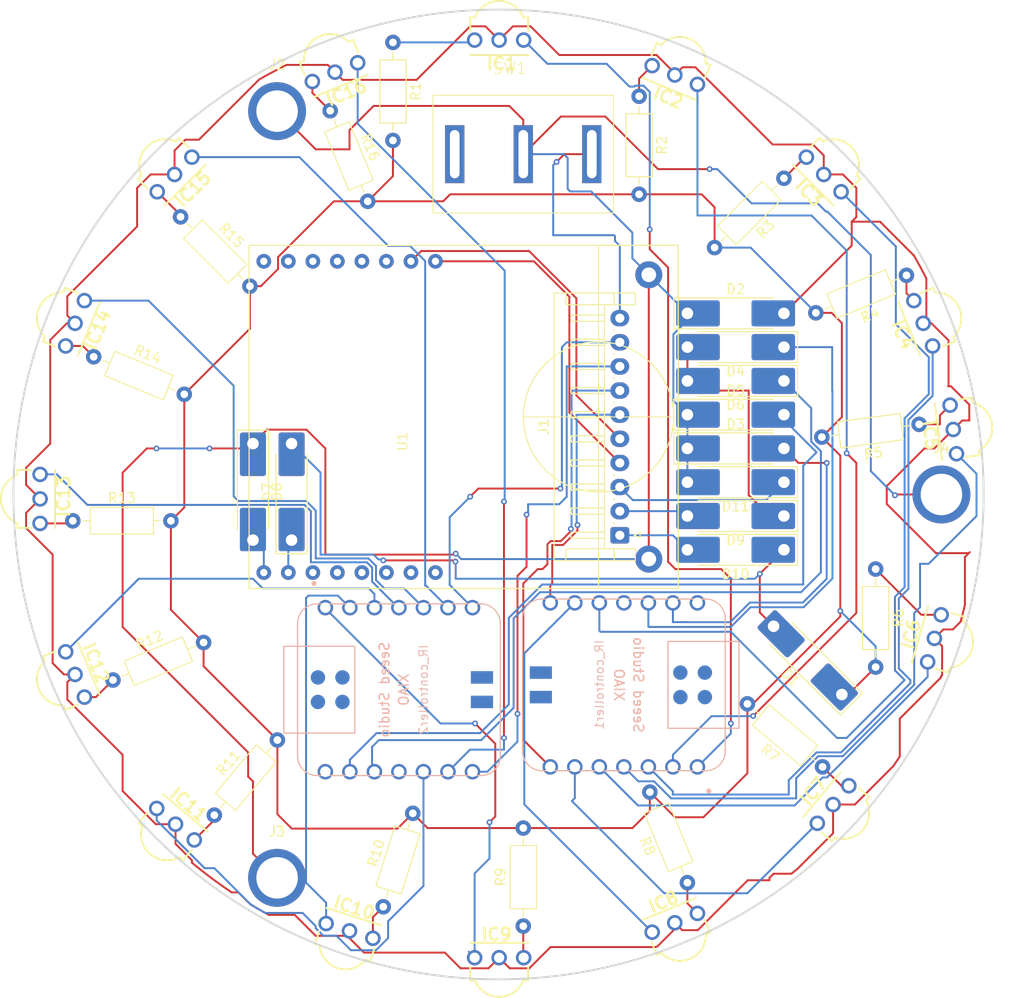
<source format=kicad_pcb>
(kicad_pcb (version 20240108) (generator "pcbnew") (generator_version "8.0")
  (layers (0 "F.Cu" signal) (31 "B.Cu" signal) (34 "B.Paste" user) (35 "F.Paste" user) (36 "B.SilkS" user "B.Silkscreen") (37 "F.SilkS" user "F.Silkscreen") (38 "B.Mask" user) (39 "F.Mask" user) (44 "Edge.Cuts" user))
  (net 0 "")
  (net 1 "Net-(D1-K)")
  (net 2 "Net-(D1-A)")
  (net 3 "Net-(D2-A)")
  (net 4 "Net-(D11-A)")
  (net 5 "Net-(D3-A)")
  (net 6 "Net-(D4-A)")
  (net 7 "Net-(D4-K)")
  (net 8 "Net-(D5-A)")
  (net 9 "Net-(D6-K)")
  (net 10 "Net-(D7-K)")
  (net 11 "Net-(D8-A)")
  (net 12 "3v3")
  (net 13 "5v")
  (net 14 "gnd")
  (net 15 "Net-(IC1-VS)")
  (net 16 "Net-(IC2-VS)")
  (net 17 "Net-(IC3-VS)")
  (net 18 "Net-(IC4-VS)")
  (net 19 "Net-(IC5-VS)")
  (net 20 "Net-(IC6-VS)")
  (net 21 "Net-(IC7-VS)")
  (net 22 "Net-(IC8-VS)")
  (net 23 "Net-(IC9-VS)")
  (net 24 "Net-(IC10-VS)")
  (net 25 "Net-(IC11-VS)")
  (net 26 "Net-(IC12-VS)")
  (net 27 "Net-(IC13-VS)")
  (net 28 "Net-(IC14-VS)")
  (net 29 "Net-(IC15-VS)")
  (net 30 "Net-(IC16-VS)")
  (net 31 "Net-(IC1-OUT)")
  (net 32 "Net-(IC2-OUT)")
  (net 33 "Net-(IC4-OUT)")
  (net 34 "Net-(IC5-OUT)")
  (net 35 "Net-(IC6-OUT)")
  (net 36 "Net-(IC7-OUT)")
  (net 37 "Net-(IC8-OUT)")
  (net 38 "Net-(IC9-OUT)")
  (net 39 "Net-(IC10-OUT)")
  (net 40 "Net-(IC12-OUT)")
  (net 41 "Net-(IC13-OUT)")
  (net 42 "Net-(IC14-OUT)")
  (net 43 "Net-(IC15-OUT)")
  (net 44 "Net-(IC16-OUT)")
  (net 45 "rx2")
  (net 51 "tx2")
  (net 56 "tx3")
  (net 60 "rx3")
  (net 72 "rx1")
  (net 75 "tx1")
  (net 79 "Net-(IC11-OUT)")
  (net 80 "Net-(IC3-OUT)")
  (net 81 "soft_power_sw")
  (footprint "Diode_SMD:D_MELF-RM10_Universal_Handsoldering" (layer "F.Cu") (at 173 95 180)
    (property "Reference" "D9")
    (property "Value" "D")
  )
  (footprint "Library:TSSP4038" (layer "F.Cu") (at 194.006766 86.233716 97.5)
    (property "Reference" "IC5")
    (property "Value" "TSSP4038" (hide yes))
  )
  (footprint "Diode_SMD:D_MELF-RM10_Universal_Handsoldering" (layer "F.Cu") (at 173 88)
    (property "Reference" "D3")
    (property "Value" "D")
  )
  (footprint "Library:TSSP4038" (layer "F.Cu") (at 148.5 139.226501)
    (property "Reference" "IC9")
    (property "Value" "TSSP4038" (hide yes))
  )
  (footprint "Resistor_THT:R_Axial_DIN0207_L6.3mm_D2.5mm_P10.16mm_Horizontal" (layer "F.Cu") (at 163 51.5 -90)
    (property "Reference" "R2")
    (property "Value" "R_US")
  )
  (footprint "Library:MountingHole_4.3mm_M4_ISO7380_Pad" (layer "F.Cu") (at 125.5 132.5)
    (property "Reference" "J3")
    (property "Value" "Screw_Terminal_01x01")
  )
  (footprint "Diode_SMD:D_MELF-RM10_Universal_Handsoldering" (layer "F.Cu") (at 173 81 180)
    (property "Reference" "D6")
    (property "Value" "D")
  )
  (footprint "Diode_SMD:D_MELF-RM10_Universal_Handsoldering" (layer "F.Cu") (at 123 92.5 -90)
    (property "Reference" "D8")
    (property "Value" "D")
  )
  (footprint "Library:TSSP4038" (layer "F.Cu") (at 106.001541 75.623063 -112.5)
    (property "Reference" "IC14")
    (property "Value" "TSSP4038" (hide yes))
  )
  (footprint "Resistor_THT:R_Axial_DIN0207_L6.3mm_D2.5mm_P10.16mm_Horizontal" (layer "F.Cu") (at 106.5 78.5 -22.5)
    (property "Reference" "R14")
    (property "Value" "R_US")
  )
  (footprint "Library:TSSP4038" (layer "F.Cu") (at 181.903984 123.903984 50)
    (property "Reference" "IC7")
    (property "Value" "TSSP4038" (hide yes))
  )
  (footprint "Resistor_THT:R_Axial_DIN0207_L6.3mm_D2.5mm_P10.16mm_Horizontal" (layer "F.Cu") (at 192 85.5 -172.5)
    (property "Reference" "R5")
    (property "Value" "R_US")
  )
  (footprint "Resistor_THT:R_Axial_DIN0207_L6.3mm_D2.5mm_P10.16mm_Horizontal" (layer "F.Cu") (at 168 133 112.5)
    (property "Reference" "R8")
    (property "Value" "R_US")
  )
  (footprint "Library:MountingHole_4.3mm_M4_ISO7380_Pad" (layer "F.Cu") (at 194.313961 92.770241)
    (property "Reference" "J4")
    (property "Value" "Screw_Terminal_01x01")
  )
  (footprint "Resistor_THT:R_Axial_DIN0207_L6.3mm_D2.5mm_P10.16mm_Horizontal" (layer "F.Cu") (at 151 137.5 90)
    (property "Reference" "R9")
    (property "Value" "R_US")
  )
  (footprint "Library:TSSP4038" (layer "F.Cu") (at 115.973088 60.699589 -135)
    (property "Reference" "IC15")
    (property "Value" "TSSP4038" (hide yes))
  )
  (footprint "Diode_SMD:D_MELF-RM10_Universal_Handsoldering" (layer "F.Cu") (at 173 74)
    (property "Reference" "D2")
    (property "Value" "D")
  )
  (footprint "Diode_SMD:D_MELF-RM10_Universal_Handsoldering" (layer "F.Cu") (at 173 84.5)
    (property "Reference" "D5")
    (property "Value" "D")
  )
  (footprint "Resistor_THT:R_Axial_DIN0207_L6.3mm_D2.5mm_P10.16mm_Horizontal" (layer "F.Cu") (at 137.5 45.92 -90)
    (property "Reference" "R1")
    (property "Value" "R_US")
  )
  (footprint "Library:TSSP4038" (layer "F.Cu") (at 181.026911 60.699589 135)
    (property "Reference" "IC3")
    (property "Value" "TSSP4038" (hide yes))
  )
  (footprint "Library:TSSP4038" (layer "F.Cu") (at 132.093159 50.432012 -157.5)
    (property "Reference" "IC16")
    (property "Value" "TSSP4038" (hide yes))
  )
  (footprint "Resistor_THT:R_Axial_DIN0207_L6.3mm_D2.5mm_P10.16mm_Horizontal" (layer "F.Cu") (at 108.5 112 22.5)
    (property "Reference" "R12")
    (property "Value" "R_US")
  )
  (footprint "Resistor_THT:R_Axial_DIN0207_L6.3mm_D2.5mm_P10.16mm_Horizontal" (layer "F.Cu") (at 115.5 64 -45)
    (property "Reference" "R15")
    (property "Value" "R_US")
  )
  (footprint "Library:TSSP4038" (layer "F.Cu") (at 133.466094 136.521739 -17.5)
    (property "Reference" "IC10")
    (property "Value" "TSSP4038" (hide yes))
  )
  (footprint "Library:TSSP4038" (layer "F.Cu") (at 166.103437 50.728042 157.5)
    (property "Reference" "IC2")
    (property "Value" "TSSP4038" (hide yes))
  )
  (footprint "Resistor_THT:R_Axial_DIN0207_L6.3mm_D2.5mm_P10.16mm_Horizontal" (layer "F.Cu") (at 178 60 -135)
    (property "Reference" "R3")
    (property "Value" "R_US")
  )
  (footprint "Resistor_THT:R_Axial_DIN0207_L6.3mm_D2.5mm_P10.16mm_Horizontal" (layer "F.Cu") (at 187.5 100.5 -90)
    (property "Reference" "R6")
    (property "Value" "R_US")
  )
  (footprint "Diode_SMD:D_MELF-RM10_Universal_Handsoldering" (layer "F.Cu") (at 180.464466 109.964466 135)
    (property "Reference" "D1")
    (property "Value" "D")
  )
  (footprint "Connector_JST:JST_EH_S10B-EH_1x10_P2.50mm_Horizontal" (layer "F.Cu") (at 161 97 90)
    (property "Reference" "J1")
    (property "Value" "Conn_01x10_Socket")
  )
  (footprint "Library:TSSP4038" (layer "F.Cu") (at 166.103437 135.724959 22.5)
    (property "Reference" "IC8")
    (property "Value" "TSSP4038" (hide yes))
  )
  (footprint "Diode_SMD:D_MELF-RM10_Universal_Handsoldering" (layer "F.Cu") (at 127 92.5 90)
    (property "Reference" "D7")
    (property "Value" "D")
  )
  (footprint "Library:openmv_m7_r2" (layer "F.Cu") (at 144.823 84.732 -90)
    (property "Reference" "U1")
    (property "Value" "openMV_M7_R2")
  )
  (footprint "Resistor_THT:R_Axial_DIN0207_L6.3mm_D2.5mm_P10.16mm_Horizontal" (layer "F.Cu") (at 182 121 140)
    (property "Reference" "R7")
    (property "Value" "R_US")
  )
  (footprint "Resistor_THT:R_Axial_DIN0207_L6.3mm_D2.5mm_P10.16mm_Horizontal" (layer "F.Cu") (at 119 126 50)
    (property "Reference" "R11")
    (property "Value" "R_US")
  )
  (footprint "Library:MountingHole_4.3mm_M4_ISO7380_Pad" (layer "F.Cu") (at 125.5 53.040482)
    (property "Reference" "J2")
    (property "Value" "Screw_Terminal_01x01")
  )
  (footprint "Diode_SMD:D_MELF-RM10_Universal_Handsoldering" (layer "F.Cu") (at 173 77.5 180)
    (property "Reference" "D4")
    (property "Value" "D")
  )
  (footprint "Library:TSSP4038" (layer "F.Cu") (at 192.095971 107.253495 74)
    (property "Reference" "IC6")
    (property "Value" "TSSP4038" (hide yes))
  )
  (footprint "Diode_SMD:D_MELF-RM10_Universal_Handsoldering" (layer "F.Cu") (at 173 98.5 180)
    (property "Reference" "D10")
    (property "Value" "D")
  )
  (footprint "Library:TSSP4038" (layer "F.Cu") (at 115.973088 125.753412 -40)
    (property "Reference" "IC11")
    (property "Value" "TSSP4038" (hide yes))
  )
  (footprint "Library:TSSP4038" (layer "F.Cu") (at 106.001541 110.829938 -67.5)
    (property "Reference" "IC12")
    (property "Value" "TSSP4038" (hide yes))
  )
  (footprint "Resistor_THT:R_Axial_DIN0207_L6.3mm_D2.5mm_P10.16mm_Horizontal" (layer "F.Cu") (at 190.693308 70.055968 -157.5)
    (property "Reference" "R4")
    (property "Value" "R_US")
  )
  (footprint "Library:TSSP4038" (layer "F.Cu") (at 148.5 47.226501 180)
    (property "Reference" "IC1")
    (property "Value" "TSSP4038" (hide yes))
  )
  (footprint "Library:TSSP4038" (layer "F.Cu") (at 190.998458 75.623063 112.5)
    (property "Reference" "IC4")
    (property "Value" "TSSP4038" (hide yes))
  )
  (footprint "Resistor_THT:R_Axial_DIN0207_L6.3mm_D2.5mm_P10.16mm_Horizontal" (layer "F.Cu") (at 104.34 95.5)
    (property "Reference" "R13")
    (property "Value" "R_US")
  )
  (footprint "Library:TSSP4038" (layer "F.Cu") (at 102.5 93.226501 -90)
    (property "Reference" "IC13")
    (property "Value" "TSSP4038" (hide yes))
  )
  (footprint "Resistor_THT:R_Axial_DIN0207_L6.3mm_D2.5mm_P10.16mm_Horizontal" (layer "F.Cu") (at 131 53 -67.5)
    (property "Reference" "R16")
    (property "Value" "R_US")
  )
  (footprint "Diode_SMD:D_MELF-RM10_Universal_Handsoldering" (layer "F.Cu") (at 173 91.5 180)
    (property "Reference" "D11")
    (property "Value" "D")
  )
  (footprint "Resistor_THT:R_Axial_DIN0207_L6.3mm_D2.5mm_P10.16mm_Horizontal" (layer "F.Cu") (at 136.5 135.5 72.5)
    (property "Reference" "R10")
    (property "Value" "R_US")
  )
  (footprint "Library:Rocker Switch 3-Pin, SPDT, 10A" (layer "F.Cu") (at 151 57.5)
    (property "Reference" "SW1")
    (property "Value" "SW_DPST_x2")
  )
  (footprint "Library:Seeduino Xiao Kicad af" (layer "B.Cu") (at 138.12 113 -90)
    (property "Reference" "IR_controller2")
    (property "Value" "Seeed Studio XIAO SAMD21" (hide yes))
  )
  (footprint "Library:Seeduino Xiao Kicad af" (layer "B.Cu") (at 161.42 112.5 90)
    (property "Reference" "IR_controller1")
    (property "Value" "Seeed Studio XIAO SAMD21" (hide yes))
  )
  (gr_circle (center 148.437987 92.770241) (end 148.447987 92.770241) (stroke (width 0.0001)) (fill solid) (layer "Edge.Cuts"))
  (gr_circle (center 148.437987 92.770241) (end 198.687987 92.770241) (stroke (width 0.2)) (fill none) (layer "Edge.Cuts"))
  (gr_circle (center 150.75 94) (end 150.76 94) (stroke (width 0.0001)) (fill solid) (layer "Edge.Cuts"))
  (segment (start 131.376489 62.386616) (end 134.888063 62.386616) (width 0.2) (layer "F.Cu") (net 1))
  (segment (start 137.5 59.774679) (end 134.888063 62.386616) (width 0.2) (layer "F.Cu") (net 1))
  (segment (start 125.530723 118.216988) (end 125.530723 125.907689) (width 0.2) (layer "F.Cu") (net 1))
  (segment (start 122.684205 71.184204) (end 122.684205 75.590475) (width 0.2) (layer "F.Cu") (net 1))
  (segment (start 184 84.75) (end 182.753066 85.996934) (width 0.2) (layer "F.Cu") (net 1))
  (segment (start 182.944032 73.944032) (end 184 75) (width 0.2) (layer "F.Cu") (net 1))
  (segment (start 184.66 113.5) (end 187.5 110.66) (width 0.2) (layer "F.Cu") (net 1))
  (segment (start 164.111936 123.613384) (end 164.111936 125.538749) (width 0.2) (layer "F.Cu") (net 1))
  (segment (start 114.5 95.5) (end 114.5 104.725321) (width 0.2) (layer "F.Cu") (net 1))
  (segment (start 170.815795 67.184205) (end 170.815795 63) (width 0.2) (layer "F.Cu") (net 1))
  (segment (start 125.6 69.399779) (end 125.6 68.163105) (width 0.2) (layer "F.Cu") (net 1))
  (segment (start 169.475795 61.66) (end 163.000001 61.66) (width 0.2) (layer "F.Cu") (net 1))
  (segment (start 115.886616 94.113384) (end 114.5 95.5) (width 0.2) (layer "F.Cu") (net 1))
  (segment (start 122.684205 75.590475) (end 115.886616 82.388064) (width 0.2) (layer "F.Cu") (net 1))
  (segment (start 181.92692 86.826146) (end 183.84 88.739226) (width 0.2) (layer "F.Cu") (net 1))
  (segment (start 182.753066 86) (end 181.92692 86.826146) (width 0.2) (layer "F.Cu") (net 1))
  (segment (start 151 127.34) (end 141.084935 127.34) (width 0.2) (layer "F.Cu") (net 1))
  (segment (start 183.84 105.41) (end 174.780722 114.469278) (width 0.2) (layer "F.Cu") (net 1))
  (segment (start 134.888063 62.386616) (end 142.7 62.386616) (width 0.2) (layer "F.Cu") (net 1))
  (segment (start 170.815795 67.184205) (end 170.815795 67.315795) (width 0.2) (layer "F.Cu") (net 1))
  (segment (start 174.780722 114.469278) (end 174.216988 114.469278) (width 0.2) (layer "F.Cu") (net 1))
  (segment (start 184 75) (end 184 84.75) (width 0.2) (layer "F.Cu") (net 1))
  (segment (start 137.5 56.08) (end 137.5 59.774679) (width 0.2) (layer "F.Cu") (net 1))
  (segment (start 141.084935 127.34) (end 139.555171 125.810236) (width 0.2) (layer "F.Cu") (net 1))
  (segment (start 184 113.5) (end 184.5 113) (width 0.2) (layer "F.Cu") (net 1))
  (segment (start 181.306692 73.944032) (end 182.944032 73.944032) (width 0.2) (layer "F.Cu") (net 1))
  (segment (start 115.886616 82.388064) (end 115.886616 94.113384) (width 0.2) (layer "F.Cu") (net 1))
  (segment (start 139.555171 125.810236) (end 137.971587 127.39382) (width 0.2) (layer "F.Cu") (net 1))
  (segment (start 143.426616 61.66) (end 163.000001 61.66) (width 0.2) (layer "F.Cu") (net 1))
  (segment (start 117.886616 110.572881) (end 125.530723 118.216988) (width 0.2) (layer "F.Cu") (net 1))
  (segment (start 114.5 104.725321) (end 117.886616 108.111937) (width 0.2) (layer "F.Cu") (net 1))
  (segment (start 137.971587 127.39382) (end 127.016854 127.39382) (width 0.2) (layer "F.Cu") (net 1))
  (segment (start 164.111936 125.538749) (end 162.310685 127.34) (width 0.2) (layer "F.Cu") (net 1))
  (segment (start 125.530723 125.907689) (end 127.016854 127.39382) (width 0.2) (layer "F.Cu") (net 1))
  (segment (start 123.815575 71.184204) (end 125.6 69.399779) (width 0.2) (layer "F.Cu") (net 1))
  (segment (start 184.5 113) (end 185.16 113) (width 0.2) (layer "F.Cu") (net 1))
  (segment (start 174.216988 114.469278) (end 174.216988 121.665278) (width 0.2) (layer "F.Cu") (net 1))
  (segment (start 183.84 104.846266) (end 183.84 105.41) (width 0.2) (layer "F.Cu") (net 1))
  (segment (start 174.216988 121.665278) (end 169.660596 126.22167) (width 0.2) (layer "F.Cu") (net 1))
  (segment (start 142.7 62.386616) (end 143.426616 61.66) (width 0.2) (layer "F.Cu") (net 1))
  (segment (start 182.753066 85.996934) (end 182.753066 86) (width 0.2) (layer "F.Cu") (net 1))
  (segment (start 162.310685 127.34) (end 151 127.34) (width 0.2) (layer "F.Cu") (net 1))
  (segment (start 170.815795 63) (end 169.475795 61.66) (width 0.2) (layer "F.Cu") (net 1))
  (segment (start 184 113.5) (end 184.66 113.5) (width 0.2) (layer "F.Cu") (net 1))
  (segment (start 169.660596 126.22167) (end 166.720222 126.22167) (width 0.2) (layer "F.Cu") (net 1))
  (segment (start 122.684205 71.184204) (end 123.815575 71.184204) (width 0.2) (layer "F.Cu") (net 1))
  (segment (start 125.6 68.163105) (end 131.376489 62.386616) (width 0.2) (layer "F.Cu") (net 1))
  (segment (start 117.886616 108.111937) (end 117.886616 110.572881) (width 0.2) (layer "F.Cu") (net 1))
  (segment (start 183.84 88.739226) (end 183.84 104.846266) (width 0.2) (layer "F.Cu") (net 1))
  (segment (start 166.720222 126.22167) (end 164.111936 123.613384) (width 0.2) (layer "F.Cu") (net 1))
  (via blind (at 183.84 104.846266) (size 0.6) (drill 0.3) (layers "F.Cu" "B.Cu") (net 1))
  (segment (start 187.5 110.66) (end 187.5 108.506266) (width 0.2) (layer "B.Cu") (net 1))
  (segment (start 187.5 108.506266) (end 183.84 104.846266) (width 0.2) (layer "B.Cu") (net 1))
  (segment (start 174.546865 67.184205) (end 170.815795 67.184205) (width 0.2) (layer "B.Cu") (net 1))
  (segment (start 181.306692 73.944032) (end 174.546865 67.184205) (width 0.2) (layer "B.Cu") (net 1))
  (segment (start 175.5 101) (end 178 98.5) (width 0.2) (layer "F.Cu") (net 2))
  (segment (start 175.5 105) (end 175.5 101) (width 0.2) (layer "F.Cu") (net 2))
  (segment (start 143.851471 99.6) (end 143.975737 99.724266) (width 0.2) (layer "F.Cu") (net 2))
  (segment (start 136.5 99.6) (end 143.851471 99.6) (width 0.2) (layer "F.Cu") (net 2))
  (segment (start 176.928932 106.428932) (end 175.5 105) (width 0.2) (layer "F.Cu") (net 2))
  (via blind (at 175.5 101) (size 0.6) (drill 0.3) (layers "F.Cu" "B.Cu") (net 2))
  (via blind (at 136.5 99.6) (size 0.6) (drill 0.3) (layers "F.Cu" "B.Cu") (net 2))
  (via blind (at 143.975737 99.724266) (size 0.6) (drill 0.3) (layers "F.Cu" "B.Cu") (net 2))
  (segment (start 136 99.5) (end 136.4 99.5) (width 0.2) (layer "B.Cu") (net 2))
  (segment (start 130 98.999) (end 135.499 98.999) (width 0.2) (layer "B.Cu") (net 2))
  (segment (start 130 90.5) (end 130 98.999) (width 0.2) (layer "B.Cu") (net 2))
  (segment (start 127 87.5) (end 130 90.5) (width 0.2) (layer "B.Cu") (net 2))
  (segment (start 127 87.5) (end 127.65 88.15) (width 0.2) (layer "B.Cu") (net 2))
  (segment (start 144 101.5) (end 175 101.5) (width 0.2) (layer "B.Cu") (net 2))
  (segment (start 136.4 99.5) (end 136.5 99.6) (width 0.2) (layer "B.Cu") (net 2))
  (segment (start 135.499 98.999) (end 136 99.5) (width 0.2) (layer "B.Cu") (net 2))
  (segment (start 175 101.5) (end 175.5 101) (width 0.2) (layer "B.Cu") (net 2))
  (segment (start 144 99.5) (end 144 101.5) (width 0.2) (layer "B.Cu") (net 2))
  (segment (start 179 99.5) (end 178 98.5) (width 0.2) (layer "B.Cu") (net 2))
  (segment (start 166.696596 49.296028) (end 166.696596 49.115031) (width 0.2) (layer "F.Cu") (net 3))
  (segment (start 124.630552 136.337128) (end 127.327588 136.337128) (width 0.2) (layer "F.Cu") (net 3))
  (segment (start 114.877072 59.603573) (end 114.877072 57.122928) (width 0.2) (layer "F.Cu") (net 3))
  (segment (start 117.40572 56) (end 123.646456 49.759264) (width 0.2) (layer "F.Cu") (net 3))
  (segment (start 197.25 98.75) (end 197.15 98.85) (width 0.2) (layer "F.Cu") (net 3))
  (segment (start 192.75 74.710375) (end 192.75 70.384243) (width 0.2) (layer "F.Cu") (net 3))
  (segment (start 192.17148 69.270257) (end 191.492096 68.047551) (width 0.2) (layer "F.Cu") (net 3))
  (segment (start 112.396427 59.603573) (end 114.877072 59.603573) (width 0.2) (layer "F.Cu") (net 3))
  (segment (start 148.5 140.776501) (end 149.6 141.876501) (width 0.2) (layer "F.Cu") (net 3))
  (segment (start 134.5 140.25) (end 142.873499 140.25) (width 0.2) (layer "F.Cu") (net 3))
  (segment (start 153.823499 139.676501) (end 164.692118 139.676501) (width 0.2) (layer "F.Cu") (net 3))
  (segment (start 120.801567 134.010732) (end 121.489268 134.010732) (width 0.2) (layer "F.Cu") (net 3))
  (segment (start 194.385924 111.494971) (end 194.385924 108.480731) (width 0.2) (layer "F.Cu") (net 3))
  (segment (start 166.884583 48.858041) (end 166.884583 49.039039) (width 0.2) (layer "F.Cu") (net 3))
  (segment (start 183.091354 124.900305) (end 185.349695 124.900305) (width 0.2) (layer "F.Cu") (net 3))
  (segment (start 123.646456 49.759264) (end 124.630552 49.203354) (width 0.2) (layer "F.Cu") (net 3))
  (segment (start 147.073499 44.25) (end 145.5 44.25) (width 0.2) (layer "F.Cu") (net 3))
  (segment (start 194.508328 106.758329) (end 193.585925 107.680732) (width 0.2) (layer "F.Cu") (net 3))
  (segment (start 185.5 64.018977) (end 185.5 61) (width 0.2) (layer "F.Cu") (net 3))
  (segment (start 196.668389 104.547165) (end 196.317473 105.901213) (width 0.2) (layer "F.Cu") (net 3))
  (segment (start 194.25 111.630895) (end 194.385924 111.494971) (width 0.2) (layer "F.Cu") (net 3))
  (segment (start 148.5 45.676501) (end 147.073499 44.25) (width 0.2) (layer "F.Cu") (net 3))
  (segment (start 102 76.75) (end 102 87.5) (width 0.2) (layer "F.Cu") (net 3))
  (segment (start 123.165181 135.5) (end 123.412642 135.649138) (width 0.2) (layer "F.Cu") (net 3))
  (segment (start 99.5 90) (end 99.5 91.776501) (width 0.2) (layer "F.Cu") (net 3))
  (segment (start 164.805578 47.224013) (end 154.724013 47.224013) (width 0.2) (layer "F.Cu") (net 3))
  (segment (start 103.769528 112.223096) (end 103.769528 114.019528) (width 0.2) (layer "F.Cu") (net 3))
  (segment (start 176.5 132.5) (end 176.5 132.75) (width 0.2) (layer "F.Cu") (net 3))
  (segment (start 195.543508 86.0314) (end 196.474908 85.1) (width 0.2) (layer "F.Cu") (net 3))
  (segment (start 167.496595 48.496029) (end 166.696596 49.296028) (width 0.2) (layer "F.Cu") (net 3))
  (segment (start 164.692118 139.676501) (end 164.892307 139.607693) (width 0.2) (layer "F.Cu") (net 3))
  (segment (start 121.489268 134.010732) (end 122.695428 135.216892) (width 0.2) (layer "F.Cu") (net 3))
  (segment (start 193.75 98.85) (end 188.65 93.75) (width 0.2) (layer "F.Cu") (net 3))
  (segment (start 188.65 91.9) (end 192.55 88) (width 0.2) (layer "F.Cu") (net 3))
  (segment (start 184.103573 59.603573) (end 182.122927 59.603573) (width 0.2) (layer "F.Cu") (net 3))
  (segment (start 124.630552 49.203354) (end 125.867373 48.54994) (width 0.2) (layer "F.Cu") (net 3))
  (segment (start 197.2 83.452548) (end 195.297452 81.55) (width 0.2) (layer "F.Cu") (net 3))
  (segment (start 194.385924 108.480731) (end 193.585925 107.680732) (width 0.2) (layer "F.Cu") (net 3))
  (segment (start 130.75 48.25) (end 131.5 49) (width 0.2) (layer "F.Cu") (net 3))
  (segment (start 176.5 132.75) (end 174.25 132.75) (width 0.2) (layer "F.Cu") (net 3))
  (segment (start 119.881879 133.383248) (end 119.886188 133.386188) (width 0.2) (layer "F.Cu") (net 3))
  (segment (start 183.091354 124.900305) (end 183.091354 127.878438) (width 0.2) (layer "F.Cu") (net 3))
  (segment (start 100.95 93.226501) (end 99.5 94.676501) (width 0.2) (layer "F.Cu") (net 3))
  (segment (start 132.299999 49.799999) (end 131.5 49) (width 0.2) (layer "F.Cu") (net 3))
  (segment (start 120.330584 133.68939) (end 120.801567 134.010732) (width 0.2) (layer "F.Cu") (net 3))
  (segment (start 164.892307 139.607693) (end 166.696596 137.803404) (width 0.2) (layer "F.Cu") (net 3))
  (segment (start 185.5 61) (end 184.103573 59.603573) (width 0.2) (layer "F.Cu") (net 3))
  (segment (start 185.349695 124.900305) (end 189.334521 120.915479) (width 0.2) (layer "F.Cu") (net 3))
  (segment (start 182.122927 57.622927) (end 181 56.5) (width 0.2) (layer "F.Cu") (net 3))
  (segment (start 123.412642 135.649138) (end 124.008165 135.985545) (width 0.2) (layer "F.Cu") (net 3))
  (segment (start 127.327588 136.337128) (end 127.74523 136.75477) (width 0.2) (layer "F.Cu") (net 3))
  (segment (start 166.696596 137.803404) (end 166.696596 137.156972) (width 0.2) (layer "F.Cu") (net 3))
  (segment (start 195.05 81.55) (end 195 81.55) (width 0.2) (layer "F.Cu") (net 3))
  (segment (start 104.569529 75.029903) (end 103.720097 75.029903) (width 0.2) (layer "F.Cu") (net 3))
  (segment (start 114.877072 57.122928) (end 116 56) (width 0.2) (layer "F.Cu") (net 3))
  (segment (start 176.92554 132.07446) (end 176.5 132.5) (width 0.2) (layer "F.Cu") (net 3))
  (segment (start 196.746062 99.253938) (end 196.746062 104.208429) (width 0.2) (layer "F.Cu") (net 3))
  (segment (start 185.018977 66.981023) (end 178 74) (width 0.2) (layer "F.Cu") (net 3))
  (segment (start 189.334521 120.915479) (end 190 119.925191) (width 0.2) (layer "F.Cu") (net 3))
  (segment (start 192.55 88) (end 193.574908 88) (width 0.2) (layer "F.Cu") (net 3))
  (segment (start 149.6 141.876501) (end 151.623499 141.876501) (width 0.2) (layer "F.Cu") (net 3))
  (segment (start 195.05 76.8) (end 195.05 81.55) (width 0.2) (layer "F.Cu") (net 3))
  (segment (start 99.5 94.676501) (end 99.5 96.25) (width 0.2) (layer "F.Cu") (net 3))
  (segment (start 102 87.5) (end 99.5 90) (width 0.2) (layer "F.Cu") (net 3))
  (segment (start 109.5 123.5) (end 112.940782 126.940782) (width 0.2) (layer "F.Cu") (net 3))
  (segment (start 190 116) (end 194.25 111.75) (width 0.2) (layer "F.Cu") (net 3))
  (segment (start 168.826869 48.496029) (end 167.496595 48.496029) (width 0.2) (layer "F.Cu") (net 3))
  (segment (start 116.675156 130.675156) (end 116.675156 130.925156) (width 0.2) (layer "F.Cu") (net 3))
  (segment (start 185.018977 64.5) (end 185.018977 66.981023) (width 0.2) (layer "F.Cu") (net 3))
  (segment (start 127.74523 136.75477) (end 129.5 138.509541) (width 0.2) (layer "F.Cu") (net 3))
  (segment (start 151.75 44.25) (end 149.926501 44.25) (width 0.2) (layer "F.Cu") (net 3))
  (segment (start 103.769528 114.019528) (end 109.5 119.75) (width 0.2) (layer "F.Cu") (net 3))
  (segment (start 194.25 111.75) (end 194.25 111.630895) (width 0.2) (layer "F.Cu") (net 3))
  (segment (start 195.297452 81.55) (end 195.05 81.55) (width 0.2) (layer "F.Cu") (net 3))
  (segment (start 181 56.5) (end 176.83084 56.5) (width 0.2) (layer "F.Cu") (net 3))
  (segment (start 111 61) (end 112.396427 59.603573) (width 0.2) (layer "F.Cu") (net 3))
  (segment (start 102.25 110.25) (end 103.423097 111.423097) (width 0.2) (layer "F.Cu") (net 3))
  (segment (start 191.473289 68.015842) (end 187.957447 64.5) (width 0.2) (layer "F.Cu") (net 3))
  (segment (start 197.15 98.85) (end 193.75 98.85) (width 0.2) (layer "F.Cu") (net 3))
  (segment (start 187.957447 64.5) (end 185.018977 64.5) (width 0.2) (layer "F.Cu") (net 3))
  (segment (start 145.5 44.25) (end 139.950001 49.799999) (width 0.2) (layer "F.Cu") (net 3))
  (segment (start 114.976767 126.940782) (end 114.976767 128.976767) (width 0.2) (layer "F.Cu") (net 3))
  (segment (start 144.5 141.876501) (end 147.4 141.876501) (width 0.2) (layer "F.Cu") (net 3))
  (segment (start 117.639795 131.710439) (end 118.749057 132.562641) (width 0.2) (layer "F.Cu") (net 3))
  (segment (start 154.724013 47.224013) (end 151.75 44.25) (width 0.2) (layer "F.Cu") (net 3))
  (segment (start 196.746062 104.208429) (end 196.668389 104.547165) (width 0.2) (layer "F.Cu") (net 3))
  (segment (start 114.976767 128.976767) (end 116.675156 130.675156) (width 0.2) (layer "F.Cu") (net 3))
  (segment (start 117 56) (end 117.40572 56) (width 0.2) (layer "F.Cu") (net 3))
  (segment (start 197.15 98.85) (end 196.746062 99.253938) (width 0.2) (layer "F.Cu") (net 3))
  (segment (start 192.75 70.384243) (end 192.17148 69.270257) (width 0.2) (layer "F.Cu") (net 3))
  (segment (start 103.76953 72.23047) (end 111 65) (width 0.2) (layer "F.Cu") (net 3))
  (segment (start 104.569529 75.029903) (end 103.76953 74.229904) (width 0.2) (layer "F.Cu") (net 3))
  (segment (start 178.767981 132.07446) (end 176.92554 132.07446) (width 0.2) (layer "F.Cu") (net 3))
  (segment (start 133 138.75) (end 134.5 140.25) (width 0.2) (layer "F.Cu") (net 3))
  (segment (start 129.5 138.509541) (end 132.490459 138.509541) (width 0.2) (layer "F.Cu") (net 3))
  (segment (start 197.2 85.1) (end 197.2 83.452548) (width 0.2) (layer "F.Cu") (net 3))
  (segment (start 182.122927 59.603573) (end 182.122927 57.622927) (width 0.2) (layer "F.Cu") (net 3))
  (segment (start 193.279904 75.029904) (end 195.05 76.8) (width 0.2) (layer "F.Cu") (net 3))
  (segment (start 179.37705 131.592742) (end 178.767981 132.07446) (width 0.2) (layer "F.Cu") (net 3))
  (segment (start 109.5 119.75) (end 109.5 123.5) (width 0.2) (layer "F.Cu") (net 3))
  (segment (start 103.423097 111.423097) (end 104.569527 111.423097) (width 0.2) (layer "F.Cu") (net 3))
  (segment (start 111 65) (end 111 61) (width 0.2) (layer "F.Cu") (net 3))
  (segment (start 142.873499 140.25) (end 144.5 141.876501) (width 0.2) (layer "F.Cu") (net 3))
  (segment (start 124.008165 135.985545) (end 124.60133 136.320621) (width 0.2) (layer "F.Cu") (net 3))
  (segment (start 147.4 141.876501) (end 148.5 140.776501) (width 0.2) (layer "F.Cu") (net 3))
  (segment (start 191.492096 68.047551) (end 191.473289 68.015842) (width 0.2) (layer "F.Cu") (net 3))
  (segment (start 128.25 48.25) (end 130.75 48.25) (width 0.2) (layer "F.Cu") (net 3))
  (segment (start 149.926501 44.25) (end 148.5 45.676501) (width 0.2) (layer "F.Cu") (net 3))
  (segment (start 193.574908 88) (end 195.543508 86.0314) (width 0.2) (layer "F.Cu") (net 3))
  (segment (start 112.940782 126.940782) (end 114.976767 126.940782) (width 0.2) (layer "F.Cu") (net 3))
  (segment (start 196.317473 105.901213) (end 196.304716 105.945284) (width 0.2) (layer "F.Cu") (net 3))
  (segment (start 103.720097 75.029903) (end 102 76.75) (width 0.2) (layer "F.Cu") (net 3))
  (segment (start 188.65 93.75) (end 188.65 91.9) (width 0.2) (layer "F.Cu") (net 3))
  (segment (start 195.491671 106.758329) (end 194.508328 106.758329) (width 0.2) (layer "F.Cu") (net 3))
  (segment (start 151.623499 141.876501) (end 153.823499 139.676501) (width 0.2) (layer "F.Cu") (net 3))
  (segment (start 190 119.925191) (end 190 116) (width 0.2) (layer "F.Cu") (net 3))
  (segment (start 116.675156 130.925156) (end 117.639795 131.710439) (width 0.2) (layer "F.Cu") (net 3))
  (segment (start 174.25 132.75) (end 169.075741 137.924259) (width 0.2) (layer "F.Cu") (net 3))
  (segment (start 167.463883 137.924259) (end 166.696596 137.156972) (width 0.2) (layer "F.Cu") (net 3))
  (segment (start 169.075741 137.924259) (end 167.463883 137.924259) (width 0.2) (layer "F.Cu") (net 3))
  (segment (start 125.867373 48.54994) (end 126.476041 48.25) (width 0.2) (layer "F.Cu") (net 3))
  (segment (start 185.018977 64.5) (end 185.5 64.018977) (width 0.2) (layer "F.Cu") (net 3))
  (segment (start 196.474908 85.1) (end 197.2 85.1) (width 0.2) (layer "F.Cu") (net 3))
  (segment (start 139.950001 49.799999) (end 132.299999 49.799999) (width 0.2) (layer "F.Cu") (net 3))
  (segment (start 99.5 91.776501) (end 100.95 93.226501) (width 0.2) (layer "F.Cu") (net 3))
  (segment (start 196.304716 105.945284) (end 195.491671 106.758329) (width 0.2) (layer "F.Cu") (net 3))
  (segment (start 192.430471 75.029904) (end 193.279904 75.029904) (width 0.2) (layer "F.Cu") (net 3))
  (segment (start 183.091354 127.878438) (end 179.37705 131.592742) (width 0.2) (layer "F.Cu") (net 3))
  (segment (start 99.5 96.25) (end 102.25 99) (width 0.2) (layer "F.Cu") (net 3))
  (segment (start 166.696596 49.115031) (end 164.805578 47.224013) (width 0.2) (layer "F.Cu") (net 3))
  (segment (start 126.476041 48.25) (end 128.25 48.25) (width 0.2) (layer "F.Cu") (net 3))
  (segment (start 118.749057 132.562641) (end 119.881879 133.383248) (width 0.2) (layer "F.Cu") (net 3))
  (segment (start 133 138) (end 133 138.75) (width 0.2) (layer "F.Cu") (net 3))
  (segment (start 104.569527 111.423097) (end 103.769528 112.223096) (width 0.2) (layer "F.Cu") (net 3))
  (segment (start 132.490459 138.509541) (end 133 138) (width 0.2) (layer "F.Cu") (net 3))
  (segment (start 119.886188 133.386188) (end 120.330584 133.68939) (width 0.2) (layer "F.Cu") (net 3))
  (segment (start 122.695428 135.216892) (end 123.165181 135.5) (width 0.2) (layer "F.Cu") (net 3))
  (segment (start 192.430471 75.029904) (end 192.75 74.710375) (width 0.2) (layer "F.Cu") (net 3))
  (segment (start 124.60133 136.320621) (end 124.630552 136.337128) (width 0.2) (layer "F.Cu") (net 3))
  (segment (start 116 56) (end 117 56) (width 0.2) (layer "F.Cu") (net 3))
  (segment (start 103.76953 74.229904) (end 103.76953 72.23047) (width 0.2) (layer "F.Cu") (net 3))
  (segment (start 102.25 99) (end 102.25 110.25) (width 0.2) (layer "F.Cu") (net 3))
  (segment (start 176.83084 56.5) (end 168.826869 48.496029) (width 0.2) (layer "F.Cu") (net 3))
  (segment (start 143.9 99) (end 144 98.9) (width 0.2) (layer "F.Cu") (net 4))
  (segment (start 149.55 52.5) (end 151 53.95) (width 0.2) (layer "F.Cu") (net 4))
  (segment (start 135.5 52.5) (end 149.55 52.5) (width 0.2) (layer "F.Cu") (net 4))
  (segment (start 124.45 86.05) (end 128.55 86.05) (width 0.2) (layer "F.Cu") (net 4))
  (segment (start 109.5 106.5) (end 109.5 90.5) (width 0.2) (layer "F.Cu") (net 4))
  (segment (start 122.5 122) (end 122.5 119.5) (width 0.2) (layer "F.Cu") (net 4))
  (segment (start 154.9 53.6) (end 159.5 53.6) (width 0.2) (layer "F.Cu") (net 4))
  (segment (start 122.5 88) (end 123 87.5) (width 0.2) (layer "F.Cu") (net 4))
  (segment (start 127.439518 54.98) (end 127.48 54.98) (width 0.2) (layer "F.Cu") (net 4))
  (segment (start 194.313961 92.770241) (end 189.579759 92.770241) (width 0.2) (layer "F.Cu") (net 4))
  (segment (start 109.5 90.5) (end 112 88) (width 0.2) (layer "F.Cu") (net 4))
  (segment (start 133 55) (end 135.5 52.5) (width 0.2) (layer "F.Cu") (net 4))
  (segment (start 189.579759 92.770241) (end 189.5 92.85) (width 0.2) (layer "F.Cu") (net 4))
  (segment (start 133 57) (end 133 55) (width 0.2) (layer "F.Cu") (net 4))
  (segment (start 113.5 110.5) (end 109.5 106.5) (width 0.2) (layer "F.Cu") (net 4))
  (segment (start 118.5 88) (end 122.5 88) (width 0.2) (layer "F.Cu") (net 4))
  (segment (start 151 53.95) (end 151 57.5) (width 0.2) (layer "F.Cu") (net 4))
  (segment (start 164 70) (end 164 99.464) (width 0.2) (layer "F.Cu") (net 4))
  (segment (start 151 57.5) (end 154.9 53.6) (width 0.2) (layer "F.Cu") (net 4))
  (segment (start 130.5 99) (end 143 99) (width 0.2) (layer "F.Cu") (net 4))
  (segment (start 130.5 88) (end 130.5 99) (width 0.2) (layer "F.Cu") (net 4))
  (segment (start 164.95 59.05) (end 170.3 59.05) (width 0.2) (layer "F.Cu") (net 4))
  (segment (start 125.5 132.5) (end 123 130) (width 0.2) (layer "F.Cu") (net 4))
  (segment (start 123 87.5) (end 124.45 86.05) (width 0.2) (layer "F.Cu") (net 4))
  (segment (start 128.55 86.05) (end 130.5 88) (width 0.2) (layer "F.Cu") (net 4))
  (segment (start 125.5 53.040482) (end 127.439518 54.98) (width 0.2) (layer "F.Cu") (net 4))
  (segment (start 129.5 57) (end 133 57) (width 0.2) (layer "F.Cu") (net 4))
  (segment (start 112 88) (end 113 88) (width 0.2) (layer "F.Cu") (net 4))
  (segment (start 143 99) (end 143.9 99) (width 0.2) (layer "F.Cu") (net 4))
  (segment (start 123 130) (end 123 122.5) (width 0.2) (layer "F.Cu") (net 4))
  (segment (start 123 122.5) (end 122.5 122) (width 0.2) (layer "F.Cu") (net 4))
  (segment (start 122.5 119.5) (end 113.5 110.5) (width 0.2) (layer "F.Cu") (net 4))
  (segment (start 127.48 54.98) (end 129.5 57) (width 0.2) (layer "F.Cu") (net 4))
  (segment (start 159.5 53.6) (end 164.95 59.05) (width 0.2) (layer "F.Cu") (net 4))
  (via blind (at 144 98.9) (size 0.6) (drill 0.3) (layers "F.Cu" "B.Cu") (net 4))
  (via (at 118.5 88) (size 0.6) (drill 0.3) (layers "F.Cu" "B.Cu") (net 4))
  (via (at 170.3 59.05) (size 0.6) (drill 0.3) (layers "F.Cu" "B.Cu") (net 4))
  (via (at 113 88) (size 0.6) (drill 0.3) (layers "F.Cu" "B.Cu") (net 4))
  (via (at 189.5 92.85) (size 0.6) (drill 0.3) (layers "F.Cu" "B.Cu") (net 4))
  (segment (start 168 74) (end 168 74.715256) (width 0.2) (layer "B.Cu") (net 4))
  (segment (start 182.35 63.45) (end 181.5 62.6) (width 0.2) (layer "B.Cu") (net 4))
  (segment (start 155.85 61.35) (end 156 61.35) (width 0.2) (layer "B.Cu") (net 4))
  (segment (start 144.564 99.464) (end 164 99.464) (width 0.2) (layer "B.Cu") (net 4))
  (segment (start 156.015157 61.365157) (end 158.034843 61.365157) (width 0.2) (layer "B.Cu") (net 4))
  (segment (start 187 67.95) (end 182.5 63.45) (width 0.2) (layer "B.Cu") (net 4))
  (segment (start 164 70) (end 168 74) (width 0.2) (layer "B.Cu") (net 4))
  (segment (start 166.55 76.165256) (end 166.55 83.05) (width 0.2) (layer "B.Cu") (net 4))
  (segment (start 151 57.5) (end 155.2 57.5) (width 0.2) (layer "B.Cu") (net 4))
  (segment (start 155.2 57.5) (end 155.6 57.9) (width 0.2) (layer "B.Cu") (net 4))
  (segment (start 174.65 62.6) (end 171.1 59.05) (width 0.2) (layer "B.Cu") (net 4))
  (segment (start 189.5 92.85) (end 187 90.35) (width 0.2) (layer "B.Cu") (net 4))
  (segment (start 113 88) (end 118.5 88) (width 0.2) (layer "B.Cu") (net 4))
  (segment (start 162.299921 68.299921) (end 164 70) (width 0.2) (layer "B.Cu") (net 4))
  (segment (start 187 68.85) (end 187 67.95) (width 0.2) (layer "B.Cu") (net 4))
  (segment (start 166.55 83.05) (end 168 84.5) (width 0.2) (layer "B.Cu") (net 4))
  (segment (start 171.1 59.05) (end 170.3 59.05) (width 0.2) (layer "B.Cu") (net 4))
  (segment (start 168 91.5) (end 168 88) (width 0.2) (layer "B.Cu") (net 4))
  (segment (start 162.299921 65.630235) (end 162.299921 68.299921) (width 0.2) (layer "B.Cu") (net 4))
  (segment (start 158.034843 61.365157) (end 162.299921 65.630235) (width 0.2) (layer "B.Cu") (net 4))
  (segment (start 182.5 63.45) (end 182.35 63.45) (width 0.2) (layer "B.Cu") (net 4))
  (segment (start 156 61.35) (end 156.015157 61.365157) (width 0.2) (layer "B.Cu") (net 4))
  (segment (start 187 90.35) (end 187 68.85) (width 0.2) (layer "B.Cu") (net 4))
  (segment (start 168 84.5) (end 168 88) (width 0.2) (layer "B.Cu") (net 4))
  (segment (start 144 98.9) (end 144.564 99.464) (width 0.2) (layer "B.Cu") (net 4))
  (segment (start 155.6 61.1) (end 155.85 61.35) (width 0.2) (layer "B.Cu") (net 4))
  (segment (start 168 74.715256) (end 166.55 76.165256) (width 0.2) (layer "B.Cu") (net 4))
  (segment (start 181.5 62.6) (end 174.65 62.6) (width 0.2) (layer "B.Cu") (net 4))
  (segment (start 155.6 57.9) (end 155.6 61.1) (width 0.2) (layer "B.Cu") (net 4))
  (segment (start 182.42692 89.5) (end 179.5 89.5) (width 0.2) (layer "F.Cu") (net 5))
  (segment (start 179.5 89.5) (end 178 88) (width 0.2) (layer "F.Cu") (net 5))
  (via blind (at 182.42692 89.5) (size 0.6) (drill 0.3) (layers "F.Cu" "B.Cu") (net 5))
  (segment (start 172.424734 106.00958) (end 172.467157 105.967157) (width 0.2) (layer "B.Cu") (net 5))
  (segment (start 167.87414 106.00958) (end 168 106.00958) (width 0.2) (layer "B.Cu") (net 5))
  (segment (start 174.467157 103.967157) (end 179.967157 103.967157) (width 0.2) (layer "B.Cu") (net 5))
  (segment (start 182.42692 101.507394) (end 182.42692 89.5) (width 0.2) (layer "B.Cu") (net 5))
  (segment (start 168 106.00958) (end 172.424734 106.00958) (width 0.2) (layer "B.Cu") (net 5))
  (segment (start 167.99042 106) (end 168 106.00958) (width 0.2) (layer "B.Cu") (net 5))
  (segment (start 179.967157 103.967157) (end 182.42692 101.507394) (width 0.2) (layer "B.Cu") (net 5))
  (segment (start 167.87414 106.00958) (end 167.86456 106) (width 0.2) (layer "B.Cu") (net 5))
  (segment (start 166.5 106) (end 166.5 104) (width 0.2) (layer "B.Cu") (net 5))
  (segment (start 167.86456 106) (end 166.5 106) (width 0.2) (layer "B.Cu") (net 5))
  (segment (start 172.467157 105.967157) (end 174.467157 103.967157) (width 0.2) (layer "B.Cu") (net 5))
  (segment (start 168 77.5) (end 168 81) (width 0.2) (layer "F.Cu") (net 6))
  (segment (start 176.515256 95) (end 174.35 92.834744) (width 0.2) (layer "F.Cu") (net 6))
  (segment (start 169 82) (end 168 81) (width 0.2) (layer "F.Cu") (net 6))
  (segment (start 174.35 82) (end 169 82) (width 0.2) (layer "F.Cu") (net 6))
  (segment (start 174.35 92.834744) (end 174.35 82) (width 0.2) (layer "F.Cu") (net 6))
  (segment (start 178 95) (end 176.515256 95) (width 0.2) (layer "F.Cu") (net 6))
  (segment (start 163.96 106.46) (end 163.96 104) (width 0.2) (layer "B.Cu") (net 7))
  (segment (start 178 77.5) (end 183 77.5) (width 0.2) (layer "B.Cu") (net 7))
  (segment (start 180.04018 104.45982) (end 174.54018 104.45982) (width 0.2) (layer "B.Cu") (net 7))
  (segment (start 183.02692 101.47308) (end 180.04018 104.45982) (width 0.2) (layer "B.Cu") (net 7))
  (segment (start 174.54018 104.45982) (end 172.5 106.5) (width 0.2) (layer "B.Cu") (net 7))
  (segment (start 183 82) (end 183.02692 82.02692) (width 0.2) (layer "B.Cu") (net 7))
  (segment (start 164 106.5) (end 163.96 106.46) (width 0.2) (layer "B.Cu") (net 7))
  (segment (start 172.5 106.5) (end 164 106.5) (width 0.2) (layer "B.Cu") (net 7))
  (segment (start 183 77.5) (end 183 82) (width 0.2) (layer "B.Cu") (net 7))
  (segment (start 183.02692 82.02692) (end 183.02692 101.47308) (width 0.2) (layer "B.Cu") (net 7))
  (segment (start 178 85.020547) (end 178 84.5) (width 0.2) (layer "B.Cu") (net 8))
  (segment (start 178 84.5) (end 178 85.215256) (width 0.2) (layer "B.Cu") (net 8))
  (segment (start 149.5 105.557349) (end 152.957349 102.1) (width 0.2) (layer "B.Cu") (net 8))
  (segment (start 133.04 120.26) (end 135.8 117.5) (width 0.2) (layer "B.Cu") (net 8))
  (segment (start 180 89.779453) (end 181.379453 88.4) (width 0.2) (layer "B.Cu") (net 8))
  (segment (start 181.379453 88.4) (end 178 85.020547) (width 0.2) (layer "B.Cu") (net 8))
  (segment (start 149.5 114.525685) (end 149.5 105.557349) (width 0.2) (layer "B.Cu") (net 8))
  (segment (start 152.957349 102.1) (end 180 102.1) (width 0.2) (layer "B.Cu") (net 8))
  (segment (start 135.8 117.5) (end 146.525685 117.5) (width 0.2) (layer "B.Cu") (net 8))
  (segment (start 133.04 121.5) (end 133.04 120.26) (width 0.2) (layer "B.Cu") (net 8))
  (segment (start 180 102.1) (end 180 89.779453) (width 0.2) (layer "B.Cu") (net 8))
  (segment (start 146.525685 117.5) (end 149.5 114.525685) (width 0.2) (layer "B.Cu") (net 8))
  (segment (start 135.34 118.92586) (end 135.34 121.26) (width 0.2) (layer "B.Cu") (net 9))
  (segment (start 135.34 121.26) (end 135.58 121.5) (width 0.2) (layer "B.Cu") (net 9))
  (segment (start 178 81) (end 180.82692 83.82692) (width 0.2) (layer "B.Cu") (net 9))
  (segment (start 146.645686 118.22853) (end 136.03733 118.22853) (width 0.2) (layer "B.Cu") (net 9))
  (segment (start 180.82692 83.82692) (end 180.82692 87.281781) (width 0.2) (layer "B.Cu") (net 9))
  (segment (start 150 114.874216) (end 146.645686 118.22853) (width 0.2) (layer "B.Cu") (net 9))
  (segment (start 181.82692 88.28178) (end 181.82692 100.838765) (width 0.2) (layer "B.Cu") (net 9))
  (segment (start 150 105.623034) (end 150 114.874216) (width 0.2) (layer "B.Cu") (net 9))
  (segment (start 181.82692 100.838765) (end 179.765685 102.9) (width 0.2) (layer "B.Cu") (net 9))
  (segment (start 179.765685 102.9) (end 152.723034 102.9) (width 0.2) (layer "B.Cu") (net 9))
  (segment (start 180.82692 87.281781) (end 181.545139 88) (width 0.2) (layer "B.Cu") (net 9))
  (segment (start 136.03733 118.22853) (end 135.34 118.92586) (width 0.2) (layer "B.Cu") (net 9))
  (segment (start 181.52257 87.97743) (end 181.82692 88.28178) (width 0.2) (layer "B.Cu") (net 9))
  (segment (start 152.723034 102.9) (end 150 105.623034) (width 0.2) (layer "B.Cu") (net 9))
  (segment (start 126.662 100.861) (end 126.662 97.838) (width 0.2) (layer "B.Cu") (net 10))
  (segment (start 126.662 97.838) (end 127 97.5) (width 0.2) (layer "B.Cu") (net 10))
  (segment (start 124.122 98.622) (end 123 97.5) (width 0.2) (layer "B.Cu") (net 11))
  (segment (start 124.122 100.861) (end 124.122 98.622) (width 0.2) (layer "B.Cu") (net 11))
  (segment (start 167.5 94.5) (end 161 94.5) (width 0.2) (layer "B.Cu") (net 12))
  (segment (start 168 95) (end 167.5 94.5) (width 0.2) (layer "B.Cu") (net 12))
  (segment (start 168 98.5) (end 166.5 97) (width 0.2) (layer "B.Cu") (net 13))
  (segment (start 166.5 97) (end 161 97) (width 0.2) (layer "B.Cu") (net 13))
  (segment (start 162.35 93.35) (end 161 92) (width 0.2) (layer "B.Cu") (net 14))
  (segment (start 176.15 93.35) (end 162.35 93.35) (width 0.2) (layer "B.Cu") (net 14))
  (segment (start 178 91.5) (end 176.15 93.35) (width 0.2) (layer "B.Cu") (net 14))
  (segment (start 146 45.716501) (end 145.96 45.676501) (width 0.2) (layer "F.Cu") (net 15))
  (segment (start 137.5 45.92) (end 145.716501 45.92) (width 0.2) (layer "B.Cu") (net 15))
  (segment (start 145.716501 45.92) (end 145.96 45.676501) (width 0.2) (layer "B.Cu") (net 15))
  (segment (start 163 51.5) (end 163 49.673956) (width 0.2) (layer "F.Cu") (net 16))
  (segment (start 163 49.673956) (end 164.349943 48.324013) (width 0.2) (layer "F.Cu") (net 16))
  (segment (start 178 60) (end 180.192478 57.807522) (width 0.2) (layer "F.Cu") (net 17))
  (segment (start 180.192478 57.807522) (end 180.326875 57.807522) (width 0.2) (layer "F.Cu") (net 17))
  (segment (start 190.693308 71.918103) (end 191.458455 72.68325) (width 0.2) (layer "F.Cu") (net 18))
  (segment (start 190.693308 70.055968) (end 190.693308 71.918103) (width 0.2) (layer "F.Cu") (net 18))
  (segment (start 191.458455 72.458455) (end 191.458455 72.68325) (width 0.2) (layer "F.Cu") (net 18))
  (segment (start 192 85.5) (end 194.155204 85.5) (width 0.2) (layer "F.Cu") (net 19))
  (segment (start 194.155204 85.5) (end 194.155204 84.569897) (width 0.2) (layer "F.Cu") (net 19))
  (segment (start 194.155204 84.569897) (end 195.21197 83.513131) (width 0.2) (layer "F.Cu") (net 19))
  (segment (start 192.239128 105.239128) (end 187.5 100.5) (width 0.2) (layer "F.Cu") (net 20))
  (segment (start 194.286046 105.239128) (end 192.239128 105.239128) (width 0.2) (layer "F.Cu") (net 20))
  (segment (start 183.954552 122.954552) (end 184.724034 122.954552) (width 0.2) (layer "F.Cu") (net 21))
  (segment (start 182 121) (end 183.954552 122.954552) (width 0.2) (layer "F.Cu") (net 21))
  (segment (start 168 135.141706) (end 169.04325 136.184956) (width 0.2) (layer "F.Cu") (net 22))
  (segment (start 168 133) (end 168 135.141706) (width 0.2) (layer "F.Cu") (net 22))
  (segment (start 151 137.5) (end 151 140.736501) (width 0.2) (layer "F.Cu") (net 23))
  (segment (start 151 140.736501) (end 151.04 140.776501) (width 0.2) (layer "F.Cu") (net 23))
  (segment (start 135.422441 136.577559) (end 136.5 135.5) (width 0.2) (layer "F.Cu") (net 24))
  (segment (start 135.422441 138.763793) (end 135.422441 136.577559) (width 0.2) (layer "F.Cu") (net 24))
  (segment (start 116.922521 128.573461) (end 119 126.495982) (width 0.2) (layer "F.Cu") (net 25))
  (segment (start 119 126.495982) (end 119 126) (width 0.2) (layer "F.Cu") (net 25))
  (segment (start 105.541544 113.769751) (end 106.730249 113.769751) (width 0.2) (layer "F.Cu") (net 26))
  (segment (start 106.730249 113.769751) (end 108.5 112) (width 0.2) (layer "F.Cu") (net 26))
  (segment (start 100.95 95.766501) (end 104.073499 95.766501) (width 0.2) (layer "F.Cu") (net 27))
  (segment (start 104.073499 95.766501) (end 104.34 95.5) (width 0.2) (layer "F.Cu") (net 27))
  (segment (start 105.376558 77.376558) (end 106.5 78.5) (width 0.2) (layer "F.Cu") (net 28))
  (segment (start 103.597512 77.376558) (end 105.376558 77.376558) (width 0.2) (layer "F.Cu") (net 28))
  (segment (start 113.081021 61.399625) (end 115.5 63.818604) (width 0.2) (layer "F.Cu") (net 29))
  (segment (start 115.5 63.818604) (end 115.5 64) (width 0.2) (layer "F.Cu") (net 29))
  (segment (start 129.153346 49.972015) (end 129.153346 51.153346) (width 0.2) (layer "F.Cu") (net 30))
  (segment (start 129.153346 51.153346) (end 131 53) (width 0.2) (layer "F.Cu") (net 30))
  (segment (start 171.5 100.5) (end 172.5 101.5) (width 0.2) (layer "F.Cu") (net 31))
  (segment (start 172.5 101.5) (end 172.5 116.5) (width 0.2) (layer "F.Cu") (net 31))
  (segment (start 166 99.75) (end 166.75 100.5) (width 0.2) (layer "F.Cu") (net 31))
  (segment (start 164.1 65.299921) (end 164.1 67.35) (width 0.2) (layer "F.Cu") (net 31))
  (segment (start 166.75 100.5) (end 171.5 100.5) (width 0.2) (layer "F.Cu") (net 31))
  (segment (start 164.1 67.35) (end 166 69.25) (width 0.2) (layer "F.Cu") (net 31))
  (segment (start 166 69.25) (end 166 99.75) (width 0.2) (layer "F.Cu") (net 31))
  (via blind (at 164.1 65.299921) (size 0.6) (drill 0.3) (layers "F.Cu" "B.Cu") (net 31))
  (via blind (at 172.5 116.5) (size 0.6) (drill 0.3) (layers "F.Cu" "B.Cu") (net 31))
  (segment (start 162 50.5) (end 159.636501 48.136501) (width 0.2) (layer "B.Cu") (net 31))
  (segment (start 172.5 116.5) (end 172.5 117.54) (width 0.2) (layer "B.Cu") (net 31))
  (segment (start 162.6 50.4) (end 162.5 50.5) (width 0.2) (layer "B.Cu") (net 31))
  (segment (start 164.1 51.044365) (end 163.455635 50.4) (width 0.2) (layer "B.Cu") (net 31))
  (segment (start 162.5 50.5) (end 162 50.5) (width 0.2) (layer "B.Cu") (net 31))
  (segment (start 159.636501 48.136501) (end 153.5 48.136501) (width 0.2) (layer "B.Cu") (net 31))
  (segment (start 172.5 117.54) (end 169.04 121) (width 0.2) (layer "B.Cu") (net 31))
  (segment (start 164.1 65.299921) (end 164.1 51.044365) (width 0.2) (layer "B.Cu") (net 31))
  (segment (start 163.455635 50.4) (end 162.6 50.4) (width 0.2) (layer "B.Cu") (net 31))
  (segment (start 153.5 48.136501) (end 151.04 45.676501) (width 0.2) (layer "B.Cu") (net 31))
  (segment (start 185.5 105.039872) (end 185.5 89.5) (width 0.2) (layer "F.Cu") (net 32))
  (segment (start 185.5 89.5) (end 184.5 88.5) (width 0.2) (layer "F.Cu") (net 32))
  (segment (start 182.519936 108.019936) (end 174.816988 115.722883) (width 0.2) (layer "F.Cu") (net 32))
  (segment (start 182.519936 108.019936) (end 185.5 105.039872) (width 0.2) (layer "F.Cu") (net 32))
  (via blind (at 184.5 88.5) (size 0.6) (drill 0.3) (layers "F.Cu" "B.Cu") (net 32))
  (via blind (at 174.816988 115.722883) (size 0.6) (drill 0.3) (layers "F.Cu" "B.Cu") (net 32))
  (segment (start 184.5 67.5) (end 180.856025 63.856025) (width 0.2) (layer "B.Cu") (net 32))
  (segment (start 170.5 115.75) (end 166.5 119.75) (width 0.2) (layer "B.Cu") (net 32))
  (segment (start 180.856025 63.856025) (end 169.04325 63.856025) (width 0.2) (layer "B.Cu") (net 32))
  (segment (start 184.5 88.5) (end 184.5 67.5) (width 0.2) (layer "B.Cu") (net 32))
  (segment (start 174.789871 115.75) (end 170.5 115.75) (width 0.2) (layer "B.Cu") (net 32))
  (segment (start 166.5 119.75) (end 166.5 121) (width 0.2) (layer "B.Cu") (net 32))
  (segment (start 169.04325 63.856025) (end 169.04325 50.268045) (width 0.2) (layer "B.Cu") (net 32))
  (segment (start 174.816988 115.722883) (end 174.789871 115.75) (width 0.2) (layer "B.Cu") (net 32))
  (segment (start 163.66 120.5) (end 163.66 121.040127) (width 0.2) (layer "B.Cu") (net 33))
  (segment (start 166.48703 123.52703) (end 166.48703 123.867157) (width 0.2) (layer "B.Cu") (net 33))
  (segment (start 191.094974 112) (end 189.9 110.805026) (width 0.2) (layer "B.Cu") (net 33))
  (segment (start 166.48703 123.867157) (end 178.5 123.867157) (width 0.2) (layer "B.Cu") (net 33))
  (segment (start 178.5 122.378679) (end 181.378679 119.5) (width 0.2) (layer "B.Cu") (net 33))
  (segment (start 178.5 123.867157) (end 178.5 122.378679) (width 0.2) (layer "B.Cu") (net 33))
  (segment (start 183.924263 119.5) (end 191.094974 112.329289) (width 0.2) (layer "B.Cu") (net 33))
  (segment (start 191.094974 112.329289) (end 191.094974 112) (width 0.2) (layer "B.Cu") (net 33))
  (segment (start 193.402487 82.541878) (end 193.402487 77.376558) (width 0.2) (layer "B.Cu") (net 33))
  (segment (start 163.96 121) (end 166.48703 123.52703) (width 0.2) (layer "B.Cu") (net 33))
  (segment (start 189.9 110.805026) (end 189.9 103.544365) (width 0.2) (layer "B.Cu") (net 33))
  (segment (start 190.9 102.544365) (end 190.9 85.044365) (width 0.2) (layer "B.Cu") (net 33))
  (segment (start 189.9 103.544365) (end 190.9 102.544365) (width 0.2) (layer "B.Cu") (net 33))
  (segment (start 181.378679 119.5) (end 183.924263 119.5) (width 0.2) (layer "B.Cu") (net 33))
  (segment (start 190.9 85.044365) (end 193.402487 82.541878) (width 0.2) (layer "B.Cu") (net 33))
  (segment (start 162.92 122.5) (end 161.42 121) (width 0.2) (layer "B.Cu") (net 34))
  (segment (start 192.1 104.455635) (end 191.494974 105.060661) (width 0.2) (layer "B.Cu") (net 34))
  (segment (start 184.089949 119.9) (end 181.544365 119.9) (width 0.2) (layer "B.Cu") (net 34))
  (segment (start 181.544365 119.9) (end 179.267157 122.177208) (width 0.2) (layer "B.Cu") (net 34))
  (segment (start 179.267157 124.267157) (end 166.321344 124.267157) (width 0.2) (layer "B.Cu") (net 34))
  (segment (start 191.494974 112.494975) (end 184.089949 119.9) (width 0.2) (layer "B.Cu") (net 34))
  (segment (start 164.554187 122.5) (end 162.92 122.5) (width 0.2) (layer "B.Cu") (net 34))
  (segment (start 195.875041 88.549671) (end 197.95 90.62463) (width 0.2) (layer "B.Cu") (net 34))
  (segment (start 166.321344 124.267157) (end 164.554187 122.5) (width 0.2) (layer "B.Cu") (net 34))
  (segment (start 192.1 99.953657) (end 192.1 104.455635) (width 0.2) (layer "B.Cu") (net 34))
  (segment (start 192.996343 99.953657) (end 192.1 99.953657) (width 0.2) (layer "B.Cu") (net 34))
  (segment (start 179.267157 122.177208) (end 179.267157 124.267157) (width 0.2) (layer "B.Cu") (net 34))
  (segment (start 197.95 90.62463) (end 197.95 95) (width 0.2) (layer "B.Cu") (net 34))
  (segment (start 191.494974 105.060661) (end 191.494974 112.494975) (width 0.2) (layer "B.Cu") (net 34))
  (segment (start 197.95 95) (end 192.996343 99.953657) (width 0.2) (layer "B.Cu") (net 34))
  (segment (start 192.885807 111.669828) (end 192.885807 110.122337) (width 0.2) (layer "B.Cu") (net 35))
  (segment (start 158.88 121) (end 162.88 125) (width 0.2) (layer "B.Cu") (net 35))
  (segment (start 158.58 120.58) (end 158.58 120.5) (width 0.2) (layer "B.Cu") (net 35))
  (segment (start 179.1 125) (end 182 122.1) (width 0.2) (layer "B.Cu") (net 35))
  (segment (start 182.455635 122.1) (end 192.885807 111.669828) (width 0.2) (layer "B.Cu") (net 35))
  (segment (start 162.88 125) (end 179.1 125) (width 0.2) (layer "B.Cu") (net 35))
  (segment (start 182 122.1) (end 182.455635 122.1) (width 0.2) (layer "B.Cu") (net 35))
  (segment (start 156.34 124.24) (end 156.04 124.54) (width 0.2) (layer "B.Cu") (net 36))
  (segment (start 156.34 121) (end 156.34 124.24) (width 0.2) (layer "B.Cu") (net 36))
  (segment (start 181.458672 126.846058) (end 174.20473 134.1) (width 0.2) (layer "B.Cu") (net 36))
  (segment (start 174.20473 134.1) (end 165.6 134.1) (width 0.2) (layer "B.Cu") (net 36))
  (segment (start 165.6 134.1) (end 156.04 124.54) (width 0.2) (layer "B.Cu") (net 36))
  (segment (start 151.10618 124.885226) (end 151.10618 109.23382) (width 0.2) (layer "B.Cu") (net 37))
  (segment (start 151.10618 109.23382) (end 156.34 104) (width 0.2) (layer "B.Cu") (net 37))
  (segment (start 164.349942 138.128988) (end 151.10618 124.885226) (width 0.2) (layer "B.Cu") (net 37))
  (segment (start 148.1 118.6) (end 148.1 126.14) (width 0.2) (layer "F.Cu") (net 38))
  (segment (start 148.1 126.14) (end 147.5 126.74) (width 0.2) (layer "F.Cu") (net 38))
  (segment (start 146 116.5) (end 148.1 118.6) (width 0.2) (layer "F.Cu") (net 38))
  (via blind (at 146 116.5) (size 0.6) (drill 0.3) (layers "F.Cu" "B.Cu") (net 38))
  (via blind (at 147.5 126.74) (size 0.6) (drill 0.3) (layers "F.Cu" "B.Cu") (net 38))
  (segment (start 145.96 132.04) (end 145.96 140.776501) (width 0.2) (layer "B.Cu") (net 38))
  (segment (start 130.26 104.33544) (end 142.42456 116.5) (width 0.2) (layer "B.Cu") (net 38))
  (segment (start 145.96 140.776501) (end 145.341165 140.157666) (width 0.2) (layer "B.Cu") (net 38))
  (segment (start 147.5 126.74) (end 147.5 130.5) (width 0.2) (layer "B.Cu") (net 38))
  (segment (start 147.5 130.5) (end 145.96 132.04) (width 0.2) (layer "B.Cu") (net 38))
  (segment (start 142.42456 116.5) (end 146 116.5) (width 0.2) (layer "B.Cu") (net 38))
  (segment (start 131.79 103.25) (end 133.04 104.5) (width 0.2) (layer "B.Cu") (net 39))
  (segment (start 128.5 133) (end 128.5 103.5) (width 0.2) (layer "B.Cu") (net 39))
  (segment (start 128.5 103.5) (end 128.75 103.25) (width 0.2) (layer "B.Cu") (net 39))
  (segment (start 128.75 103.25) (end 131.79 103.25) (width 0.2) (layer "B.Cu") (net 39))
  (segment (start 130.577559 135.077559) (end 128.5 133) (width 0.2) (layer "B.Cu") (net 39))
  (segment (start 130.577559 137.236208) (end 130.577559 135.077559) (width 0.2) (layer "B.Cu") (net 39))
  (segment (start 124 102.5) (end 123 101.5) (width 0.2) (layer "B.Cu") (net 40))
  (segment (start 111.173956 101.5) (end 103.597512 109.076444) (width 0.2) (layer "B.Cu") (net 40))
  (segment (start 135.58 104.5) (end 135.58 103.08) (width 0.2) (layer "B.Cu") (net 40))
  (segment (start 123 101.5) (end 111.173956 101.5) (width 0.2) (layer "B.Cu") (net 40))
  (segment (start 135.58 103.08) (end 135 102.5) (width 0.2) (layer "B.Cu") (net 40))
  (segment (start 135 102.5) (end 124 102.5) (width 0.2) (layer "B.Cu") (net 40))
  (segment (start 129 99.799) (end 134.799 99.799) (width 0.2) (layer "B.Cu") (net 41))
  (segment (start 138.04456 104.5) (end 135.344 101.79944) (width 0.2) (layer "B.Cu") (net 41))
  (segment (start 135.344 101.79944) (end 135.344 100.344) (width 0.2) (layer "B.Cu") (net 41))
  (segment (start 128.35 93.85) (end 129 94.5) (width 0.2) (layer "B.Cu") (net 41))
  (segment (start 138.12 104.5) (end 138.04456 104.5) (width 0.2) (layer "B.Cu") (net 41))
  (segment (start 129 94.5) (end 129 99.799) (width 0.2) (layer "B.Cu") (net 41))
  (segment (start 134.799 99.799) (end 135.344 100.344) (width 0.2) (layer "B.Cu") (net 41))
  (segment (start 128.35 93.85) (end 105.85 93.85) (width 0.2) (layer "B.Cu") (net 41))
  (segment (start 105.85 93.85) (end 102.686501 90.686501) (width 0.2) (layer "B.Cu") (net 41))
  (segment (start 102.686501 90.686501) (end 100.95 90.686501) (width 0.2) (layer "B.Cu") (net 41))
  (segment (start 129.5 94.434314) (end 129.5 99.399) (width 0.2) (layer "B.Cu") (net 42))
  (segment (start 135.744 101.633754) (end 136.610246 102.5) (width 0.2) (layer "B.Cu") (net 42))
  (segment (start 140.66 104.5) (end 138.66 102.5) (width 0.2) (layer "B.Cu") (net 42))
  (segment (start 105.541543 72.68325) (end 112.18325 72.68325) (width 0.2) (layer "B.Cu") (net 42))
  (segment (start 121.5 93.45) (end 128.515686 93.45) (width 0.2) (layer "B.Cu") (net 42))
  (segment (start 135.744 100.178314) (end 135.744 101.633754) (width 0.2) (layer "B.Cu") (net 42))
  (segment (start 129.5 99.399) (end 134.964686 99.399) (width 0.2) (layer "B.Cu") (net 42))
  (segment (start 138.66 102.5) (end 136.610246 102.5) (width 0.2) (layer "B.Cu") (net 42))
  (segment (start 134.964686 99.399) (end 135.744 100.178314) (width 0.2) (layer "B.Cu") (net 42))
  (segment (start 112.18325 72.68325) (end 121 81.5) (width 0.2) (layer "B.Cu") (net 42))
  (segment (start 121 92.95) (end 121.5 93.45) (width 0.2) (layer "B.Cu") (net 42))
  (segment (start 128.515686 93.45) (end 129.5 94.434314) (width 0.2) (layer "B.Cu") (net 42))
  (segment (start 121 81.5) (end 121 92.95) (width 0.2) (layer "B.Cu") (net 42))
  (segment (start 140.91544 102.21544) (end 143.2 104.5) (width 0.2) (layer "B.Cu") (net 43))
  (segment (start 140.84 102.21544) (end 140.84 68.579105) (width 0.2) (layer "B.Cu") (net 43))
  (segment (start 127.807523 57.807523) (end 116.673124 57.807523) (width 0.2) (layer "B.Cu") (net 43))
  (segment (start 140.84 68.579105) (end 139.260895 67) (width 0.2) (layer "B.Cu") (net 43))
  (segment (start 140.84 102.21544) (end 140.91544 102.21544) (width 0.2) (layer "B.Cu") (net 43))
  (segment (start 139.260895 67) (end 137 67) (width 0.2) (layer "B.Cu") (net 43))
  (segment (start 137 67) (end 127.807523 57.807523) (width 0.2) (layer "B.Cu") (net 43))
  (segment (start 149 118) (end 149 114.5) (width 0.2) (layer "F.Cu") (net 44))
  (segment (start 149 114.5) (end 149 93.5) (width 0.2) (layer "F.Cu") (net 44))
  (via blind (at 149 118) (size 0.6) (drill 0.3) (layers "F.Cu" "B.Cu") (net 44))
  (via blind (at 149 93.5) (size 0.6) (drill 0.3) (layers "F.Cu" "B.Cu") (net 44))
  (segment (start 133.846654 54.346654) (end 149.074096 69.574096) (width 0.2) (layer "B.Cu") (net 44))
  (segment (start 145.487594 119.212406) (end 143.2 121.5) (width 0.2) (layer "B.Cu") (net 44))
  (segment (start 133.846654 48.027983) (end 133.846654 54.346654) (width 0.2) (layer "B.Cu") (net 44))
  (segment (start 149.074096 93.425904) (end 149 93.5) (width 0.2) (layer "B.Cu") (net 44))
  (segment (start 149 119.212406) (end 145.487594 119.212406) (width 0.2) (layer "B.Cu") (net 44))
  (segment (start 149.074096 69.574096) (end 149.074096 93.425904) (width 0.2) (layer "B.Cu") (net 44))
  (segment (start 149 119.212406) (end 149 118) (width 0.2) (layer "B.Cu") (net 44))
  (segment (start 153.8 121) (end 151 118.2) (width 0.2) (layer "F.Cu") (net 45))
  (segment (start 153 100.5) (end 153.5 100) (width 0.2) (layer "F.Cu") (net 45))
  (segment (start 151 102) (end 152.5 100.5) (width 0.2) (layer "F.Cu") (net 45))
  (segment (start 151 118.2) (end 151 102) (width 0.2) (layer "F.Cu") (net 45))
  (segment (start 153.834315 97.6) (end 154.9 97.6) (width 0.2) (layer "F.Cu") (net 45))
  (segment (start 153.5 97.934315) (end 153.834315 97.6) (width 0.2) (layer "F.Cu") (net 45))
  (segment (start 154.9 97.6) (end 155.929723 96.570277) (width 0.2) (layer "F.Cu") (net 45))
  (segment (start 153.5 100) (end 153.5 97.934315) (width 0.2) (layer "F.Cu") (net 45))
  (segment (start 155.929723 96.570277) (end 155.929723 96.343109) (width 0.2) (layer "F.Cu") (net 45))
  (segment (start 152.5 100.5) (end 153 100.5) (width 0.2) (layer "F.Cu") (net 45))
  (via blind (at 155.929723 96.343109) (size 0.6) (drill 0.3) (layers "F.Cu" "B.Cu") (net 45))
  (segment (start 155.929723 96.429723) (end 155.929723 96.343109) (width 0.2) (layer "B.Cu") (net 45))
  (segment (start 161 82) (end 156 82) (width 0.2) (layer "B.Cu") (net 45))
  (segment (start 156 96.5) (end 155.929723 96.429723) (width 0.2) (layer "B.Cu") (net 45))
  (segment (start 156 82) (end 156 96.5) (width 0.2) (layer "B.Cu") (net 45))
  (segment (start 154 102) (end 153.8 102.2) (width 0.2) (layer "F.Cu") (net 51))
  (segment (start 156.615219 96.506142) (end 156.615219 95.930678) (width 0.2) (layer "F.Cu") (net 51))
  (segment (start 154 102) (end 154 98) (width 0.2) (layer "F.Cu") (net 51))
  (segment (start 153.8 102.2) (end 153.8 104) (width 0.2) (layer "F.Cu") (net 51))
  (segment (start 154 98) (end 155.121361 98) (width 0.2) (layer "F.Cu") (net 51))
  (segment (start 155.121361 98) (end 156.615219 96.506142) (width 0.2) (layer "F.Cu") (net 51))
  (via blind (at 156.615219 95.930678) (size 0.6) (drill 0.3) (layers "F.Cu" "B.Cu") (net 51))
  (segment (start 156.529723 84.529723) (end 156.529723 95.845182) (width 0.2) (layer "B.Cu") (net 51))
  (segment (start 161 84.5) (end 156.5 84.5) (width 0.2) (layer "B.Cu") (net 51))
  (segment (start 156.5 84.5) (end 156.529723 84.529723) (width 0.2) (layer "B.Cu") (net 51))
  (segment (start 156.529723 95.845182) (end 156.615219 95.930678) (width 0.2) (layer "B.Cu") (net 51))
  (segment (start 150.4 115.5) (end 150.4 101.2) (width 0.2) (layer "F.Cu") (net 56))
  (segment (start 150.4 101.2) (end 151.338661 100.261339) (width 0.2) (layer "F.Cu") (net 56))
  (segment (start 151.338661 100.261339) (end 151.338661 94.85) (width 0.2) (layer "F.Cu") (net 56))
  (via blind (at 151.338661 94.85) (size 0.6) (drill 0.3) (layers "F.Cu" "B.Cu") (net 56))
  (via (at 150.4 115.5) (size 0.6) (drill 0.3) (layers "F.Cu" "B.Cu") (net 56))
  (segment (start 150.5 115.5) (end 150.4 115.5) (width 0.2) (layer "B.Cu") (net 56))
  (segment (start 151.5 93.785381) (end 151.5 94.688661) (width 0.2) (layer "B.Cu") (net 56))
  (segment (start 147.278091 121.5) (end 150.4 118.378091) (width 0.2) (layer "B.Cu") (net 56))
  (segment (start 145.74 121.5) (end 147.278091 121.5) (width 0.2) (layer "B.Cu") (net 56))
  (segment (start 155.5 93) (end 154.714619 93.785381) (width 0.2) (layer "B.Cu") (net 56))
  (segment (start 154.714619 93.785381) (end 151.5 93.785381) (width 0.2) (layer "B.Cu") (net 56))
  (segment (start 151.5 94.688661) (end 151.338661 94.85) (width 0.2) (layer "B.Cu") (net 56))
  (segment (start 150.4 118.378091) (end 150.4 115.5) (width 0.2) (layer "B.Cu") (net 56))
  (segment (start 155.5 79.5) (end 155.5 93) (width 0.2) (layer "B.Cu") (net 56))
  (segment (start 161 79.5) (end 155.5 79.5) (width 0.2) (layer "B.Cu") (net 56))
  (segment (start 146.344378 92.155622) (end 154.844378 92.155622) (width 0.2) (layer "F.Cu") (net 60))
  (segment (start 145.5 93) (end 146.344378 92.155622) (width 0.2) (layer "F.Cu") (net 60))
  (segment (start 155 92) (end 154.844378 92.155622) (width 0.2) (layer "F.Cu") (net 60))
  (via blind (at 154.844378 92.155622) (size 0.6) (drill 0.3) (layers "F.Cu" "B.Cu") (net 60))
  (via blind (at 145.5 93) (size 0.6) (drill 0.3) (layers "F.Cu" "B.Cu") (net 60))
  (segment (start 155 92) (end 155 77.5) (width 0.2) (layer "B.Cu") (net 60))
  (segment (start 154.844378 92.155622) (end 155 92) (width 0.2) (layer "B.Cu") (net 60))
  (segment (start 145.74 104.5) (end 143.375737 102.135737) (width 0.2) (layer "B.Cu") (net 60))
  (segment (start 143.375737 102.135737) (end 143.375737 95.124263) (width 0.2) (layer "B.Cu") (net 60))
  (segment (start 155.5 77) (end 161 77) (width 0.2) (layer "B.Cu") (net 60))
  (segment (start 143.375737 95.124263) (end 145.5 93) (width 0.2) (layer "B.Cu") (net 60))
  (segment (start 155 77.5) (end 155.5 77) (width 0.2) (layer "B.Cu") (net 60))
  (segment (start 156.5 72.434314) (end 151.606686 67.541) (width 0.2) (layer "F.Cu") (net 72))
  (segment (start 156.5 72.434314) (end 156.5 82.5) (width 0.2) (layer "F.Cu") (net 72))
  (segment (start 156.5 82.5) (end 161 87) (width 0.2) (layer "F.Cu") (net 72))
  (segment (start 151.606686 67.541) (end 140.424 67.541) (width 0.2) (layer "F.Cu") (net 72))
  (segment (start 140.424 67.541) (end 139.362 68.603) (width 0.2) (layer "F.Cu") (net 72))
  (segment (start 152.103 68.603) (end 141.902 68.603) (width 0.2) (layer "F.Cu") (net 75))
  (segment (start 155.775 72.275) (end 155.775 84.275) (width 0.2) (layer "F.Cu") (net 75))
  (segment (start 155.775 72.275) (end 152.103 68.603) (width 0.2) (layer "F.Cu") (net 75))
  (segment (start 155.775 84.275) (end 161 89.5) (width 0.2) (layer "F.Cu") (net 75))
  (segment (start 114.540782 128.040782) (end 118 131.5) (width 0.2) (layer "B.Cu") (net 79))
  (segment (start 130.285716 138.5) (end 131.648586 138.5) (width 0.2) (layer "B.Cu") (net 79))
  (segment (start 137 137) (end 140.66 133.34) (width 0.2) (layer "B.Cu") (net 79))
  (segment (start 140.66 133.34) (end 140.66 121.5) (width 0.2) (layer "B.Cu") (net 79))
  (segment (start 133.148586 140) (end 135.741869 140) (width 0.2) (layer "B.Cu") (net 79))
  (segment (start 122.749449 135.249449) (end 123.412642 135.649138) (width 0.2) (layer "B.Cu") (net 79))
  (segment (start 135.741869 140) (end 137 138.741869) (width 0.2) (layer "B.Cu") (net 79))
  (segment (start 131.648586 138.5) (end 133.148586 140) (width 0.2) (layer "B.Cu") (net 79))
  (segment (start 124.274875 136.136208) (end 128.136208 136.136208) (width 0.2) (layer "B.Cu") (net 79))
  (segment (start 119 131.5) (end 122.749449 135.249449) (width 0.2) (layer "B.Cu") (net 79))
  (segment (start 114.521132 128.040782) (end 114.540782 128.040782) (width 0.2) (layer "B.Cu") (net 79))
  (segment (start 113.031014 125.3081) (end 113.031014 126.550664) (width 0.2) (layer "B.Cu") (net 79))
  (segment (start 118 131.5) (end 119 131.5) (width 0.2) (layer "B.Cu") (net 79))
  (segment (start 129.5 137.5) (end 129.5 137.714284) (width 0.2) (layer "B.Cu") (net 79))
  (segment (start 128.136208 136.136208) (end 129.5 137.5) (width 0.2) (layer "B.Cu") (net 79))
  (segment (start 137 138.741869) (end 137 137) (width 0.2) (layer "B.Cu") (net 79))
  (segment (start 129.5 137.714284) (end 130.285716 138.5) (width 0.2) (layer "B.Cu") (net 79))
  (segment (start 113.031014 126.550664) (end 114.521132 128.040782) (width 0.2) (layer "B.Cu") (net 79))
  (segment (start 123.412642 135.649138) (end 124.274875 136.136208) (width 0.2) (layer "B.Cu") (net 79))
  (segment (start 158.88 106.88) (end 158.88 104) (width 0.2) (layer "B.Cu") (net 80))
  (segment (start 190.5 112) (end 184.5 118) (width 0.2) (layer "B.Cu") (net 80))
  (segment (start 190.5 84.878679) (end 190.5 102.378679) (width 0.2) (layer "B.Cu") (net 80))
  (segment (start 193.002487 78.532193) (end 193.002487 82.376192) (width 0.2) (layer "B.Cu") (net 80))
  (segment (start 190.5 102.378679) (end 189.5 103.378679) (width 0.2) (layer "B.Cu") (net 80))
  (segment (start 193.002487 82.376192) (end 190.5 84.878679) (width 0.2) (layer "B.Cu") (net 80))
  (segment (start 189.5 103.378679) (end 189.5 111) (width 0.2) (layer "B.Cu") (net 80))
  (segment (start 172.5 107) (end 159 107) (width 0.2) (layer "B.Cu") (net 80))
  (segment (start 189.6 67.080648) (end 189.593308 67.08734) (width 0.2) (layer "B.Cu") (net 80))
  (segment (start 159 107) (end 158.88 106.88) (width 0.2) (layer "B.Cu") (net 80))
  (segment (start 189.5 111) (end 190.5 112) (width 0.2) (layer "B.Cu") (net 80))
  (segment (start 189.593308 67.08734) (end 189.593308 75.123014) (width 0.2) (layer "B.Cu") (net 80))
  (segment (start 189.593308 75.123014) (end 193.002487 78.532193) (width 0.2) (layer "B.Cu") (net 80))
  (segment (start 183.918977 61.399625) (end 189.6 67.080648) (width 0.2) (layer "B.Cu") (net 80))
  (segment (start 183.5 118) (end 172.5 107) (width 0.2) (layer "B.Cu") (net 80))
  (segment (start 184.5 118) (end 183.5 118) (width 0.2) (layer "B.Cu") (net 80))
  (segment (start 155.25 57.5) (end 158 57.5) (width 0.2) (layer "F.Cu") (net 81))
  (segment (start 154.45 58.3) (end 155.25 57.5) (width 0.2) (layer "F.Cu") (net 81))
  (via blind (at 154.45 58.3) (size 0.6) (drill 0.3) (layers "F.Cu" "B.Cu") (net 81))
  (segment (start 154.1 65.9) (end 160.4 65.9) (width 0.2) (layer "B.Cu") (net 81))
  (segment (start 160.5 66) (end 160.5 66.5) (width 0.2) (layer "B.Cu") (net 81))
  (segment (start 154.45 58.3) (end 154.1 58.65) (width 0.2) (layer "B.Cu") (net 81))
  (segment (start 161 67) (end 161 74.5) (width 0.2) (layer "B.Cu") (net 81))
  (segment (start 160.5 66.5) (end 161 67) (width 0.2) (layer "B.Cu") (net 81))
  (segment (start 160.4 65.9) (end 160.5 66) (width 0.2) (layer "B.Cu") (net 81))
  (segment (start 154.1 58.65) (end 154.1 65.9) (width 0.2) (layer "B.Cu") (net 81))
)
</source>
